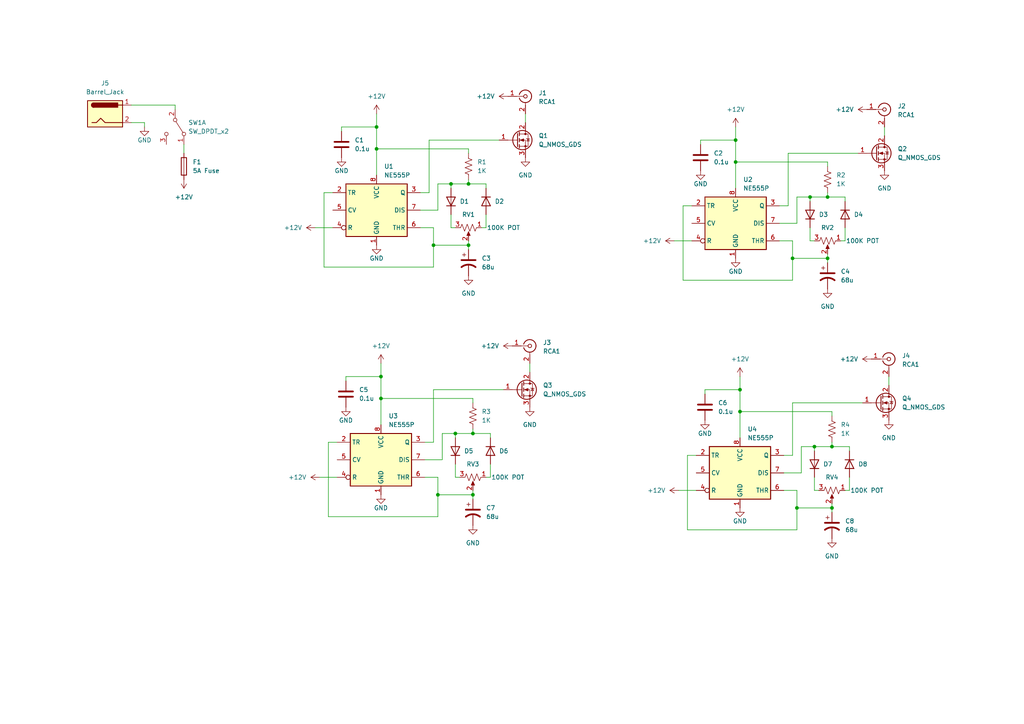
<source format=kicad_sch>
(kicad_sch (version 20230121) (generator eeschema)
  (paper "A4")
  (lib_symbols
    (symbol "Connector:Barrel_Jack" (pin_names (offset 1.016))
      (property "Reference" "J" (at 0 5.334 0))
      (property "Value" "Barrel_Jack" (at 0 -5.08 0))
      (symbol "Barrel_Jack_0_1"
        (rectangle (start -5.08 3.81) (end 5.08 -3.81) (stroke (width 0.254)) (fill (type background)))
        (arc (start -3.302 3.175) (mid -3.9343 2.54) (end -3.302 1.905) (stroke (width 0.254)))
        (arc (start -3.302 3.175) (mid -3.9343 2.54) (end -3.302 1.905) (stroke (width 0.254)) (fill (type outline)))
        (polyline (pts (xy 5.08 2.54) (xy 3.81 2.54)) (stroke (width 0.254)))
        (polyline (pts (xy -3.81 -2.54) (xy -2.54 -2.54) (xy -1.27 -1.27) (xy 0 -2.54) (xy 2.54 -2.54) (xy 5.08 -2.54)) (stroke (width 0.254)))
        (rectangle (start 3.683 3.175) (end -3.302 1.905) (stroke (width 0.254)) (fill (type outline)))
      )
      (symbol "Barrel_Jack_1_1"
        (pin passive line (at 7.62 2.54 180) (length 2.54) (name "~") (number "1"))
        (pin passive line (at 7.62 -2.54 180) (length 2.54) (name "~") (number "2"))
      )
    )
    (symbol "Connector:Conn_Coaxial" (pin_names (offset 1.016) hide)
      (property "Reference" "J" (at 0.254 3.048 0))
      (property "Value" "Conn_Coaxial" (at 2.921 0 90))
      (symbol "Conn_Coaxial_0_1"
        (arc (start -1.778 -0.508) (mid 0.2311 -1.8066) (end 1.778 0) (stroke (width 0.254)))
        (polyline (pts (xy -2.54 0) (xy -0.508 0)))
        (polyline (pts (xy 0 -2.54) (xy 0 -1.778)))
        (circle (center 0 0) (radius 0.508) (stroke (width 0.2032)))
        (arc (start 1.778 0) (mid 0.2099 1.8101) (end -1.778 0.508) (stroke (width 0.254)))
      )
      (symbol "Conn_Coaxial_1_1"
        (pin passive line (at -5.08 0 0) (length 2.54) (name "In") (number "1"))
        (pin passive line (at 0 -5.08 90) (length 2.54) (name "Ext") (number "2"))
      )
    )
    (symbol "Device:C" (pin_numbers hide) (pin_names (offset 0.254))
      (property "Reference" "C" (at 0.635 2.54 0))
      (property "Value" "C" (at 0.635 -2.54 0))
      (symbol "C_0_1"
        (polyline (pts (xy -2.032 -0.762) (xy 2.032 -0.762)) (stroke (width 0.508)))
        (polyline (pts (xy -2.032 0.762) (xy 2.032 0.762)) (stroke (width 0.508)))
      )
      (symbol "C_1_1"
        (pin passive line (at 0 3.81 270) (length 2.794) (name "~") (number "1"))
        (pin passive line (at 0 -3.81 90) (length 2.794) (name "~") (number "2"))
      )
    )
    (symbol "Device:C_Polarized_US" (pin_numbers hide) (pin_names (offset 0.254) hide)
      (property "Reference" "C" (at 0.635 2.54 0))
      (property "Value" "C_Polarized_US" (at 0.635 -2.54 0))
      (symbol "C_Polarized_US_0_1"
        (polyline (pts (xy -2.032 0.762) (xy 2.032 0.762)) (stroke (width 0.508)))
        (polyline (pts (xy -1.778 2.286) (xy -0.762 2.286)))
        (polyline (pts (xy -1.27 1.778) (xy -1.27 2.794)))
        (arc (start 2.032 -1.27) (mid 0 -0.5572) (end -2.032 -1.27) (stroke (width 0.508)))
      )
      (symbol "C_Polarized_US_1_1"
        (pin passive line (at 0 3.81 270) (length 2.794) (name "~") (number "1"))
        (pin passive line (at 0 -3.81 90) (length 3.302) (name "~") (number "2"))
      )
    )
    (symbol "Device:D" (pin_numbers hide) (pin_names (offset 1.016) hide)
      (property "Reference" "D" (at 0 2.54 0))
      (property "Value" "D" (at 0 -2.54 0))
      (symbol "D_0_1"
        (polyline (pts (xy -1.27 1.27) (xy -1.27 -1.27)) (stroke (width 0.254)))
        (polyline (pts (xy 1.27 0) (xy -1.27 0)))
        (polyline (pts (xy 1.27 1.27) (xy 1.27 -1.27) (xy -1.27 0) (xy 1.27 1.27)) (stroke (width 0.254)))
      )
      (symbol "D_1_1"
        (pin passive line (at -3.81 0 0) (length 2.54) (name "K") (number "1"))
        (pin passive line (at 3.81 0 180) (length 2.54) (name "A") (number "2"))
      )
    )
    (symbol "Device:Fuse" (pin_numbers hide) (pin_names (offset 0))
      (property "Reference" "F" (at 2.032 0 90))
      (property "Value" "Fuse" (at -1.905 0 90))
      (symbol "Fuse_0_1"
        (rectangle (start -0.762 -2.54) (end 0.762 2.54) (stroke (width 0.254)))
        (polyline (pts (xy 0 2.54) (xy 0 -2.54)))
      )
      (symbol "Fuse_1_1"
        (pin passive line (at 0 3.81 270) (length 1.27) (name "~") (number "1"))
        (pin passive line (at 0 -3.81 90) (length 1.27) (name "~") (number "2"))
      )
    )
    (symbol "Device:Q_NMOS_GDS" (pin_names (offset 0) hide)
      (property "Reference" "Q" (at 5.08 1.27 0))
      (property "Value" "Q_NMOS_GDS" (at 5.08 -1.27 0))
      (symbol "Q_NMOS_GDS_0_1"
        (polyline (pts (xy 0.254 0) (xy -2.54 0)))
        (polyline (pts (xy 0.254 1.905) (xy 0.254 -1.905)) (stroke (width 0.254)))
        (polyline (pts (xy 0.762 -1.27) (xy 0.762 -2.286)) (stroke (width 0.254)))
        (polyline (pts (xy 0.762 0.508) (xy 0.762 -0.508)) (stroke (width 0.254)))
        (polyline (pts (xy 0.762 2.286) (xy 0.762 1.27)) (stroke (width 0.254)))
        (polyline (pts (xy 2.54 2.54) (xy 2.54 1.778)))
        (polyline (pts (xy 2.54 -2.54) (xy 2.54 0) (xy 0.762 0)))
        (polyline (pts (xy 0.762 -1.778) (xy 3.302 -1.778) (xy 3.302 1.778) (xy 0.762 1.778)))
        (polyline (pts (xy 1.016 0) (xy 2.032 0.381) (xy 2.032 -0.381) (xy 1.016 0)) (fill (type outline)))
        (polyline (pts (xy 2.794 0.508) (xy 2.921 0.381) (xy 3.683 0.381) (xy 3.81 0.254)))
        (polyline (pts (xy 3.302 0.381) (xy 2.921 -0.254) (xy 3.683 -0.254) (xy 3.302 0.381)))
        (circle (center 1.651 0) (radius 2.794) (stroke (width 0.254)))
        (circle (center 2.54 -1.778) (radius 0.254) (fill (type outline)))
        (circle (center 2.54 1.778) (radius 0.254) (fill (type outline)))
      )
      (symbol "Q_NMOS_GDS_1_1"
        (pin input line (at -5.08 0 0) (length 2.54) (name "G") (number "1"))
        (pin passive line (at 2.54 5.08 270) (length 2.54) (name "D") (number "2"))
        (pin passive line (at 2.54 -5.08 90) (length 2.54) (name "S") (number "3"))
      )
    )
    (symbol "Device:R_Potentiometer_US" (pin_names (offset 1.016) hide)
      (property "Reference" "RV" (at -4.445 0 90))
      (property "Value" "R_Potentiometer_US" (at -2.54 0 90))
      (symbol "R_Potentiometer_US_0_1"
        (polyline (pts (xy 0 -2.286) (xy 0 -2.54)))
        (polyline (pts (xy 0 2.54) (xy 0 2.286)))
        (polyline (pts (xy 2.54 0) (xy 1.524 0)))
        (polyline (pts (xy 1.143 0) (xy 2.286 0.508) (xy 2.286 -0.508) (xy 1.143 0)) (fill (type outline)))
        (polyline (pts (xy 0 -0.762) (xy 1.016 -1.143) (xy 0 -1.524) (xy -1.016 -1.905) (xy 0 -2.286)))
        (polyline (pts (xy 0 0.762) (xy 1.016 0.381) (xy 0 0) (xy -1.016 -0.381) (xy 0 -0.762)))
        (polyline (pts (xy 0 2.286) (xy 1.016 1.905) (xy 0 1.524) (xy -1.016 1.143) (xy 0 0.762)))
      )
      (symbol "R_Potentiometer_US_1_1"
        (pin passive line (at 0 3.81 270) (length 1.27) (name "1") (number "1"))
        (pin passive line (at 3.81 0 180) (length 1.27) (name "2") (number "2"))
        (pin passive line (at 0 -3.81 90) (length 1.27) (name "3") (number "3"))
      )
    )
    (symbol "Device:R_US" (pin_numbers hide) (pin_names (offset 0))
      (property "Reference" "R" (at 2.54 0 90))
      (property "Value" "R_US" (at -2.54 0 90))
      (symbol "R_US_0_1"
        (polyline (pts (xy 0 -2.286) (xy 0 -2.54)))
        (polyline (pts (xy 0 2.286) (xy 0 2.54)))
        (polyline (pts (xy 0 -0.762) (xy 1.016 -1.143) (xy 0 -1.524) (xy -1.016 -1.905) (xy 0 -2.286)))
        (polyline (pts (xy 0 0.762) (xy 1.016 0.381) (xy 0 0) (xy -1.016 -0.381) (xy 0 -0.762)))
        (polyline (pts (xy 0 2.286) (xy 1.016 1.905) (xy 0 1.524) (xy -1.016 1.143) (xy 0 0.762)))
      )
      (symbol "R_US_1_1"
        (pin passive line (at 0 3.81 270) (length 1.27) (name "~") (number "1"))
        (pin passive line (at 0 -3.81 90) (length 1.27) (name "~") (number "2"))
      )
    )
    (symbol "Switch:SW_DPDT_x2" (pin_names (offset 0) hide)
      (property "Reference" "SW" (at 0 4.318 0))
      (property "Value" "SW_DPDT_x2" (at 0 -5.08 0))
      (symbol "SW_DPDT_x2_0_0"
        (circle (center -2.032 0) (radius 0.508))
        (circle (center 2.032 -2.54) (radius 0.508))
      )
      (symbol "SW_DPDT_x2_0_1"
        (polyline (pts (xy -1.524 0.254) (xy 1.651 2.286)))
        (circle (center 2.032 2.54) (radius 0.508))
      )
      (symbol "SW_DPDT_x2_1_1"
        (pin passive line (at 5.08 2.54 180) (length 2.54) (name "A") (number "1"))
        (pin passive line (at -5.08 0 0) (length 2.54) (name "B") (number "2"))
        (pin passive line (at 5.08 -2.54 180) (length 2.54) (name "C") (number "3"))
      )
      (symbol "SW_DPDT_x2_2_1"
        (pin passive line (at 5.08 2.54 180) (length 2.54) (name "A") (number "4"))
        (pin passive line (at -5.08 0 0) (length 2.54) (name "B") (number "5"))
        (pin passive line (at 5.08 -2.54 180) (length 2.54) (name "C") (number "6"))
      )
    )
    (symbol "Timer:NE555P"
      (property "Reference" "U" (at -10.16 8.89 0))
      (property "Value" "NE555P" (at 2.54 8.89 0))
      (symbol "NE555P_0_0"
        (pin power_in line (at 0 -10.16 90) (length 2.54) (name "GND") (number "1"))
        (pin power_in line (at 0 10.16 270) (length 2.54) (name "VCC") (number "8"))
      )
      (symbol "NE555P_0_1"
        (rectangle (start -8.89 -7.62) (end 8.89 7.62) (stroke (width 0.254)) (fill (type background)))
        (rectangle (start -8.89 -7.62) (end 8.89 7.62) (stroke (width 0.254)) (fill (type background)))
      )
      (symbol "NE555P_1_1"
        (pin input line (at -12.7 5.08 0) (length 3.81) (name "TR") (number "2"))
        (pin output line (at 12.7 5.08 180) (length 3.81) (name "Q") (number "3"))
        (pin input inverted (at -12.7 -5.08 0) (length 3.81) (name "R") (number "4"))
        (pin input line (at -12.7 0 0) (length 3.81) (name "CV") (number "5"))
        (pin input line (at 12.7 -5.08 180) (length 3.81) (name "THR") (number "6"))
        (pin input line (at 12.7 0 180) (length 3.81) (name "DIS") (number "7"))
      )
    )
    (symbol "power:+12V" (power) (pin_names (offset 0))
      (property "Value" "+12V" (at 0 3.556 0))
      (symbol "+12V_0_1"
        (polyline (pts (xy -0.762 1.27) (xy 0 2.54)))
        (polyline (pts (xy 0 0) (xy 0 2.54)))
        (polyline (pts (xy 0 2.54) (xy 0.762 1.27)))
      )
      (symbol "+12V_1_1"
        (pin power_in line (at 0 0 90) (length 0) hide (name "+12V") (number "1"))
      )
    )
    (symbol "power:GND" (power) (pin_names (offset 0))
      (property "Value" "GND" (at 0 -3.81 0))
      (symbol "GND_0_1"
        (polyline (pts (xy 0 0) (xy 0 -1.27) (xy 1.27 -1.27) (xy 0 -2.54) (xy -1.27 -1.27) (xy 0 -1.27)))
      )
      (symbol "GND_1_1"
        (pin power_in line (at 0 0 270) (length 0) hide (name "GND") (number "1"))
      )
    )
  )
  (junction (at 137.16 125.73))
  (junction (at 125.73 71.12))
  (junction (at 214.63 113.03))
  (junction (at 127 143.51))
  (junction (at 130.81 53.34))
  (junction (at 137.16 143.51))
  (junction (at 213.36 46.99))
  (junction (at 229.87 74.93))
  (junction (at 240.03 74.93))
  (junction (at 240.03 57.15))
  (junction (at 110.49 115.57))
  (junction (at 109.22 36.83))
  (junction (at 234.95 57.15))
  (junction (at 135.89 53.34))
  (junction (at 241.3 129.54))
  (junction (at 231.14 147.32))
  (junction (at 109.22 43.18))
  (junction (at 213.36 40.64))
  (junction (at 241.3 147.32))
  (junction (at 110.49 109.22))
  (junction (at 135.89 71.12))
  (junction (at 236.22 129.54))
  (junction (at 214.63 119.38))
  (junction (at 132.08 125.73))
  (wire (pts (xy 226.06 69.85) (xy 229.87 69.85)))
  (wire (pts (xy 127 60.96) (xy 127 53.34)))
  (wire (pts (xy 142.24 127) (xy 142.24 125.73)))
  (wire (pts (xy 146.05 113.03) (xy 125.73 113.03)))
  (wire (pts (xy 137.16 143.51) (xy 137.16 142.24)))
  (wire (pts (xy 127 143.51) (xy 137.16 143.51)))
  (wire (pts (xy 41.91 35.56) (xy 38.1 35.56)))
  (wire (pts (xy 203.2 41.91) (xy 203.2 40.64)))
  (wire (pts (xy 127 138.43) (xy 127 143.51)))
  (wire (pts (xy 199.39 153.67) (xy 231.14 153.67)))
  (wire (pts (xy 91.44 66.04) (xy 96.52 66.04)))
  (wire (pts (xy 123.19 138.43) (xy 127 138.43)))
  (wire (pts (xy 109.22 43.18) (xy 109.22 50.8)))
  (wire (pts (xy 240.03 46.99) (xy 213.36 46.99)))
  (wire (pts (xy 257.81 109.22) (xy 257.81 111.76)))
  (wire (pts (xy 231.14 147.32) (xy 241.3 147.32)))
  (wire (pts (xy 243.84 69.85) (xy 245.11 69.85)))
  (wire (pts (xy 125.73 128.27) (xy 123.19 128.27)))
  (wire (pts (xy 245.11 58.42) (xy 245.11 57.15)))
  (wire (pts (xy 232.41 129.54) (xy 236.22 129.54)))
  (wire (pts (xy 231.14 57.15) (xy 234.95 57.15)))
  (wire (pts (xy 128.27 125.73) (xy 132.08 125.73)))
  (wire (pts (xy 140.97 66.04) (xy 140.97 62.23)))
  (wire (pts (xy 200.66 59.69) (xy 198.12 59.69)))
  (wire (pts (xy 214.63 119.38) (xy 214.63 127)))
  (wire (pts (xy 241.3 119.38) (xy 214.63 119.38)))
  (wire (pts (xy 127 149.86) (xy 127 143.51)))
  (wire (pts (xy 240.03 76.2) (xy 240.03 74.93)))
  (wire (pts (xy 248.92 44.45) (xy 228.6 44.45)))
  (wire (pts (xy 135.89 43.18) (xy 109.22 43.18)))
  (wire (pts (xy 198.12 59.69) (xy 198.12 81.28)))
  (wire (pts (xy 250.19 116.84) (xy 229.87 116.84)))
  (wire (pts (xy 100.33 110.49) (xy 100.33 109.22)))
  (wire (pts (xy 227.33 137.16) (xy 232.41 137.16)))
  (wire (pts (xy 128.27 133.35) (xy 128.27 125.73)))
  (wire (pts (xy 99.06 38.1) (xy 99.06 36.83)))
  (wire (pts (xy 130.81 53.34) (xy 135.89 53.34)))
  (wire (pts (xy 135.89 71.12) (xy 135.89 69.85)))
  (wire (pts (xy 240.03 74.93) (xy 240.03 73.66)))
  (wire (pts (xy 204.47 113.03) (xy 214.63 113.03)))
  (wire (pts (xy 130.81 54.61) (xy 130.81 53.34)))
  (wire (pts (xy 140.97 54.61) (xy 140.97 53.34)))
  (wire (pts (xy 130.81 66.04) (xy 130.81 62.23)))
  (wire (pts (xy 110.49 105.41) (xy 110.49 109.22)))
  (wire (pts (xy 132.08 127) (xy 132.08 125.73)))
  (wire (pts (xy 214.63 109.22) (xy 214.63 113.03)))
  (wire (pts (xy 237.49 142.24) (xy 236.22 142.24)))
  (wire (pts (xy 203.2 40.64) (xy 213.36 40.64)))
  (wire (pts (xy 228.6 44.45) (xy 228.6 59.69)))
  (wire (pts (xy 241.3 148.59) (xy 241.3 147.32)))
  (wire (pts (xy 241.3 120.65) (xy 241.3 119.38)))
  (wire (pts (xy 124.46 40.64) (xy 124.46 55.88)))
  (wire (pts (xy 241.3 128.27) (xy 241.3 129.54)))
  (wire (pts (xy 229.87 116.84) (xy 229.87 132.08)))
  (wire (pts (xy 132.08 138.43) (xy 132.08 134.62)))
  (wire (pts (xy 234.95 69.85) (xy 234.95 66.04)))
  (wire (pts (xy 123.19 133.35) (xy 128.27 133.35)))
  (wire (pts (xy 241.3 147.32) (xy 241.3 146.05)))
  (wire (pts (xy 110.49 109.22) (xy 110.49 115.57)))
  (wire (pts (xy 133.35 138.43) (xy 132.08 138.43)))
  (wire (pts (xy 199.39 132.08) (xy 199.39 153.67)))
  (wire (pts (xy 110.49 115.57) (xy 110.49 123.19)))
  (wire (pts (xy 153.67 105.41) (xy 153.67 107.95)))
  (wire (pts (xy 125.73 113.03) (xy 125.73 128.27)))
  (wire (pts (xy 121.92 66.04) (xy 125.73 66.04)))
  (wire (pts (xy 109.22 33.02) (xy 109.22 36.83)))
  (wire (pts (xy 236.22 69.85) (xy 234.95 69.85)))
  (wire (pts (xy 96.52 55.88) (xy 93.98 55.88)))
  (wire (pts (xy 245.11 142.24) (xy 246.38 142.24)))
  (wire (pts (xy 142.24 138.43) (xy 142.24 134.62)))
  (wire (pts (xy 38.1 30.48) (xy 50.8 30.48)))
  (wire (pts (xy 121.92 60.96) (xy 127 60.96)))
  (wire (pts (xy 93.98 77.47) (xy 125.73 77.47)))
  (wire (pts (xy 227.33 142.24) (xy 231.14 142.24)))
  (wire (pts (xy 50.8 30.48) (xy 50.8 31.75)))
  (wire (pts (xy 204.47 114.3) (xy 204.47 113.03)))
  (wire (pts (xy 99.06 36.83) (xy 109.22 36.83)))
  (wire (pts (xy 135.89 53.34) (xy 140.97 53.34)))
  (wire (pts (xy 236.22 130.81) (xy 236.22 129.54)))
  (wire (pts (xy 137.16 124.46) (xy 137.16 125.73)))
  (wire (pts (xy 137.16 116.84) (xy 137.16 115.57)))
  (wire (pts (xy 229.87 81.28) (xy 229.87 74.93)))
  (wire (pts (xy 195.58 69.85) (xy 200.66 69.85)))
  (wire (pts (xy 231.14 64.77) (xy 231.14 57.15)))
  (wire (pts (xy 240.03 55.88) (xy 240.03 57.15)))
  (wire (pts (xy 41.91 36.83) (xy 41.91 35.56)))
  (wire (pts (xy 137.16 144.78) (xy 137.16 143.51)))
  (wire (pts (xy 125.73 66.04) (xy 125.73 71.12)))
  (wire (pts (xy 226.06 64.77) (xy 231.14 64.77)))
  (wire (pts (xy 53.34 41.91) (xy 53.34 44.45)))
  (wire (pts (xy 236.22 129.54) (xy 241.3 129.54)))
  (wire (pts (xy 137.16 125.73) (xy 142.24 125.73)))
  (wire (pts (xy 229.87 69.85) (xy 229.87 74.93)))
  (wire (pts (xy 214.63 113.03) (xy 214.63 119.38)))
  (wire (pts (xy 135.89 44.45) (xy 135.89 43.18)))
  (wire (pts (xy 234.95 58.42) (xy 234.95 57.15)))
  (wire (pts (xy 140.97 138.43) (xy 142.24 138.43)))
  (wire (pts (xy 213.36 36.83) (xy 213.36 40.64)))
  (wire (pts (xy 125.73 77.47) (xy 125.73 71.12)))
  (wire (pts (xy 92.71 138.43) (xy 97.79 138.43)))
  (wire (pts (xy 109.22 36.83) (xy 109.22 43.18)))
  (wire (pts (xy 256.54 36.83) (xy 256.54 39.37)))
  (wire (pts (xy 132.08 125.73) (xy 137.16 125.73)))
  (wire (pts (xy 127 53.34) (xy 130.81 53.34)))
  (wire (pts (xy 97.79 128.27) (xy 95.25 128.27)))
  (wire (pts (xy 152.4 33.02) (xy 152.4 35.56)))
  (wire (pts (xy 196.85 142.24) (xy 201.93 142.24)))
  (wire (pts (xy 246.38 130.81) (xy 246.38 129.54)))
  (wire (pts (xy 241.3 129.54) (xy 246.38 129.54)))
  (wire (pts (xy 213.36 40.64) (xy 213.36 46.99)))
  (wire (pts (xy 231.14 142.24) (xy 231.14 147.32)))
  (wire (pts (xy 240.03 48.26) (xy 240.03 46.99)))
  (wire (pts (xy 231.14 153.67) (xy 231.14 147.32)))
  (wire (pts (xy 135.89 72.39) (xy 135.89 71.12)))
  (wire (pts (xy 125.73 71.12) (xy 135.89 71.12)))
  (wire (pts (xy 135.89 52.07) (xy 135.89 53.34)))
  (wire (pts (xy 201.93 132.08) (xy 199.39 132.08)))
  (wire (pts (xy 229.87 74.93) (xy 240.03 74.93)))
  (wire (pts (xy 245.11 69.85) (xy 245.11 66.04)))
  (wire (pts (xy 144.78 40.64) (xy 124.46 40.64)))
  (wire (pts (xy 213.36 46.99) (xy 213.36 54.61)))
  (wire (pts (xy 232.41 137.16) (xy 232.41 129.54)))
  (wire (pts (xy 124.46 55.88) (xy 121.92 55.88)))
  (wire (pts (xy 137.16 115.57) (xy 110.49 115.57)))
  (wire (pts (xy 246.38 142.24) (xy 246.38 138.43)))
  (wire (pts (xy 139.7 66.04) (xy 140.97 66.04)))
  (wire (pts (xy 132.08 66.04) (xy 130.81 66.04)))
  (wire (pts (xy 240.03 57.15) (xy 245.11 57.15)))
  (wire (pts (xy 198.12 81.28) (xy 229.87 81.28)))
  (wire (pts (xy 236.22 142.24) (xy 236.22 138.43)))
  (wire (pts (xy 100.33 109.22) (xy 110.49 109.22)))
  (wire (pts (xy 228.6 59.69) (xy 226.06 59.69)))
  (wire (pts (xy 93.98 55.88) (xy 93.98 77.47)))
  (wire (pts (xy 229.87 132.08) (xy 227.33 132.08)))
  (wire (pts (xy 234.95 57.15) (xy 240.03 57.15)))
  (wire (pts (xy 95.25 149.86) (xy 127 149.86)))
  (wire (pts (xy 95.25 128.27) (xy 95.25 149.86)))
  (symbol (lib_id "Device:Q_NMOS_GDS") (at 151.13 113.03 0) (unit 1)
    (property "Reference" "Q3" (at 157.48 111.76 0) (effects (justify left)))
    (property "Value" "Q_NMOS_GDS" (at 157.48 114.3 0) (effects (justify left)))
    (property "Footprint" "Package_TO_SOT_THT:TO-251-3_Vertical" (effects hide))
    (property "Datasheet" "https://www.digikey.ca/en/products/detail/alpha-omega-semiconductor-inc/AOI4286/4764672" (effects hide))
  )
  (symbol (lib_id "power:GND") (at 240.03 83.82 0) (unit 1)
    (property "Reference" "#PWR016" (effects hide))
    (property "Value" "GND" (at 240.03 88.9 0))
  )
  (symbol (lib_id "Device:D") (at 140.97 58.42 270) (unit 1)
    (property "Reference" "D2" (at 143.51 58.42 90) (effects (justify left)))
    (property "Value" "D" (effects hide))
    (property "Footprint" "Diode_THT:D_DO-35_SOD27_P7.62mm_Horizontal" (effects hide))
    (property "Sim.Device" "D" (effects hide))
    (property "Sim.Pins" "1=K 2=A" (effects hide))
  )
  (symbol (lib_id "power:+12V") (at 213.36 36.83 0) (unit 1)
    (property "Reference" "#PWR05" (effects hide))
    (property "Value" "+12V" (at 213.36 31.75 0))
  )
  (symbol (lib_id "power:+12V") (at 53.34 52.07 180) (unit 1)
    (property "Reference" "#PWR010" (effects hide))
    (property "Value" "+12V" (at 53.34 57.15 0))
  )
  (symbol (lib_id "Device:D") (at 132.08 130.81 90) (unit 1)
    (property "Reference" "D5" (at 134.62 130.81 90) (effects (justify right)))
    (property "Value" "D" (effects hide))
    (property "Footprint" "Diode_THT:D_DO-35_SOD27_P7.62mm_Horizontal" (effects hide))
    (property "Datasheet" "https://www.digikey.ca/en/products/detail/onsemi/1N4148TR/458811" (effects hide))
    (property "Sim.Device" "D" (effects hide))
    (property "Sim.Pins" "1=K 2=A" (effects hide))
  )
  (symbol (lib_id "Device:D") (at 142.24 130.81 270) (unit 1)
    (property "Reference" "D6" (at 144.78 130.81 90) (effects (justify left)))
    (property "Value" "D" (effects hide))
    (property "Footprint" "Diode_THT:D_DO-35_SOD27_P7.62mm_Horizontal" (effects hide))
    (property "Sim.Device" "D" (effects hide))
    (property "Sim.Pins" "1=K 2=A" (effects hide))
  )
  (symbol (lib_id "power:GND") (at 203.2 49.53 0) (unit 1)
    (property "Reference" "#PWR08" (effects hide))
    (property "Value" "GND" (at 203.2 53.34 0))
  )
  (symbol (lib_id "power:GND") (at 135.89 80.01 0) (unit 1)
    (property "Reference" "#PWR015" (effects hide))
    (property "Value" "GND" (at 135.89 85.09 0))
  )
  (symbol (lib_id "power:+12V") (at 251.46 31.75 90) (unit 1)
    (property "Reference" "#PWR03" (effects hide))
    (property "Value" "+12V" (at 247.65 31.75 90) (effects (justify left)))
  )
  (symbol (lib_id "Device:D") (at 234.95 62.23 90) (unit 1)
    (property "Reference" "D3" (at 237.49 62.23 90) (effects (justify right)))
    (property "Value" "D" (effects hide))
    (property "Footprint" "Diode_THT:D_DO-35_SOD27_P7.62mm_Horizontal" (effects hide))
    (property "Datasheet" "https://www.digikey.ca/en/products/detail/onsemi/1N4148TR/458811" (effects hide))
    (property "Sim.Device" "D" (effects hide))
    (property "Sim.Pins" "1=K 2=A" (effects hide))
  )
  (symbol (lib_id "Device:C_Polarized_US") (at 240.03 80.01 0) (unit 1)
    (property "Reference" "C4" (at 243.84 78.74 0) (effects (justify left)))
    (property "Value" "68u" (at 243.84 81.28 0) (effects (justify left)))
    (property "Footprint" "Capacitor_THT:CP_Radial_D6.3mm_P2.50mm" (effects hide))
  )
  (symbol (lib_id "Device:Fuse") (at 53.34 48.26 0) (unit 1)
    (property "Reference" "F1" (at 55.88 46.99 0) (effects (justify left)))
    (property "Value" "5A Fuse" (at 55.88 49.53 0) (effects (justify left)))
    (property "Footprint" "My Footprints:Fuseholder_Cylinder-5x20mm_Wuerth_696108003002_THT" (effects hide))
  )
  (symbol (lib_id "Device:C") (at 99.06 41.91 0) (unit 1)
    (property "Reference" "C1" (at 102.87 40.64 0) (effects (justify left)))
    (property "Value" "0.1u" (at 102.87 43.18 0) (effects (justify left)))
    (property "Footprint" "Capacitor_THT:C_Disc_D3.4mm_W2.1mm_P2.50mm" (effects hide))
    (property "Datasheet" "https://www.digikey.ca/en/products/detail/kemet/C320C104M5R5TA/3726028" (effects hide))
  )
  (symbol (lib_id "Device:D") (at 245.11 62.23 270) (unit 1)
    (property "Reference" "D4" (at 247.65 62.23 90) (effects (justify left)))
    (property "Value" "D" (effects hide))
    (property "Footprint" "Diode_THT:D_DO-35_SOD27_P7.62mm_Horizontal" (effects hide))
    (property "Sim.Device" "D" (effects hide))
    (property "Sim.Pins" "1=K 2=A" (effects hide))
  )
  (symbol (lib_id "Device:R_Potentiometer_US") (at 241.3 142.24 270) (unit 1)
    (property "Reference" "RV4" (at 241.3 138.43 90))
    (property "Value" "100K POT" (at 251.46 142.24 90))
    (property "Footprint" "Connector_PinHeader_2.54mm:PinHeader_1x03_P2.54mm_Vertical" (effects hide))
  )
  (symbol (lib_id "power:GND") (at 137.16 152.4 0) (unit 1)
    (property "Reference" "#PWR029" (effects hide))
    (property "Value" "GND" (at 137.16 157.48 0))
  )
  (symbol (lib_id "power:+12V") (at 195.58 69.85 90) (unit 1)
    (property "Reference" "#PWR012" (effects hide))
    (property "Value" "+12V" (at 191.77 69.85 90) (effects (justify left)))
  )
  (symbol (lib_id "Device:C_Polarized_US") (at 135.89 76.2 0) (unit 1)
    (property "Reference" "C3" (at 139.7 74.93 0) (effects (justify left)))
    (property "Value" "68u" (at 139.7 77.47 0) (effects (justify left)))
    (property "Footprint" "Capacitor_THT:CP_Radial_D6.3mm_P2.50mm" (effects hide))
  )
  (symbol (lib_id "Device:R_US") (at 240.03 52.07 0) (unit 1)
    (property "Reference" "R2" (at 242.57 50.8 0) (effects (justify left)))
    (property "Value" "1K" (at 242.57 53.34 0) (effects (justify left)))
    (property "Footprint" "Resistor_THT:R_Axial_DIN0207_L6.3mm_D2.5mm_P7.62mm_Horizontal" (effects hide))
  )
  (symbol (lib_id "power:+12V") (at 147.32 27.94 90) (unit 1)
    (property "Reference" "#PWR02" (effects hide))
    (property "Value" "+12V" (at 143.51 27.94 90) (effects (justify left)))
  )
  (symbol (lib_id "Device:Q_NMOS_GDS") (at 255.27 116.84 0) (unit 1)
    (property "Reference" "Q4" (at 261.62 115.57 0) (effects (justify left)))
    (property "Value" "Q_NMOS_GDS" (at 261.62 118.11 0) (effects (justify left)))
    (property "Footprint" "Package_TO_SOT_THT:TO-251-3_Vertical" (effects hide))
    (property "Datasheet" "https://www.digikey.ca/en/products/detail/alpha-omega-semiconductor-inc/AOI4286/4764672" (effects hide))
  )
  (symbol (lib_id "power:GND") (at 100.33 118.11 0) (unit 1)
    (property "Reference" "#PWR021" (effects hide))
    (property "Value" "GND" (at 100.33 121.92 0))
  )
  (symbol (lib_id "power:+12V") (at 110.49 105.41 0) (unit 1)
    (property "Reference" "#PWR019" (effects hide))
    (property "Value" "+12V" (at 110.49 100.33 0))
  )
  (symbol (lib_id "Connector:Barrel_Jack") (at 30.48 33.02 0) (unit 1)
    (property "Reference" "J5" (at 30.48 24.13 0))
    (property "Value" "Barrel_Jack" (at 30.48 26.67 0))
    (property "Footprint" "Connector_BarrelJack:BarrelJack_CUI_PJ-063AH_Horizontal" (effects hide))
  )
  (symbol (lib_id "Device:R_Potentiometer_US") (at 240.03 69.85 270) (unit 1)
    (property "Reference" "RV2" (at 240.03 66.04 90))
    (property "Value" "100K POT" (at 250.19 69.85 90))
    (property "Footprint" "Connector_PinHeader_2.54mm:PinHeader_1x03_P2.54mm_Vertical" (effects hide))
  )
  (symbol (lib_id "power:GND") (at 41.91 36.83 0) (unit 1)
    (property "Reference" "#PWR032" (effects hide))
    (property "Value" "GND" (at 41.91 40.64 0))
  )
  (symbol (lib_id "Timer:NE555P") (at 214.63 137.16 0) (unit 1)
    (property "Reference" "U4" (at 216.8241 124.46 0) (effects (justify left)))
    (property "Value" "NE555P" (at 216.8241 127 0) (effects (justify left)))
    (property "Footprint" "Package_DIP:DIP-8_W7.62mm" (effects hide))
    (property "Datasheet" "https://www.digikey.ca/en/products/detail/texas-instruments/NE555P/277057" (effects hide))
  )
  (symbol (lib_id "Connector:Conn_Coaxial") (at 256.54 31.75 0) (unit 1)
    (property "Reference" "J2" (at 260.35 30.7732 0) (effects (justify left)))
    (property "Value" "RCA1" (at 260.35 33.3132 0) (effects (justify left)))
    (property "Footprint" "My Footprints:KLPX-0848A-2" (effects hide))
    (property "Datasheet" " ~" (effects hide))
  )
  (symbol (lib_id "power:+12V") (at 92.71 138.43 90) (unit 1)
    (property "Reference" "#PWR025" (effects hide))
    (property "Value" "+12V" (at 88.9 138.43 90) (effects (justify left)))
  )
  (symbol (lib_id "Timer:NE555P") (at 213.36 64.77 0) (unit 1)
    (property "Reference" "U2" (at 215.5541 52.07 0) (effects (justify left)))
    (property "Value" "NE555P" (at 215.5541 54.61 0) (effects (justify left)))
    (property "Footprint" "Package_DIP:DIP-8_W7.62mm" (effects hide))
    (property "Datasheet" "https://www.digikey.ca/en/products/detail/texas-instruments/NE555P/277057" (effects hide))
  )
  (symbol (lib_id "power:+12V") (at 214.63 109.22 0) (unit 1)
    (property "Reference" "#PWR020" (effects hide))
    (property "Value" "+12V" (at 214.63 104.14 0))
  )
  (symbol (lib_id "Device:C_Polarized_US") (at 137.16 148.59 0) (unit 1)
    (property "Reference" "C7" (at 140.97 147.32 0) (effects (justify left)))
    (property "Value" "68u" (at 140.97 149.86 0) (effects (justify left)))
    (property "Footprint" "Capacitor_THT:CP_Radial_D6.3mm_P2.50mm" (effects hide))
  )
  (symbol (lib_id "Device:R_US") (at 135.89 48.26 0) (unit 1)
    (property "Reference" "R1" (at 138.43 46.99 0) (effects (justify left)))
    (property "Value" "1K" (at 138.43 49.53 0) (effects (justify left)))
    (property "Footprint" "Resistor_THT:R_Axial_DIN0207_L6.3mm_D2.5mm_P7.62mm_Horizontal" (effects hide))
  )
  (symbol (lib_id "Connector:Conn_Coaxial") (at 152.4 27.94 0) (unit 1)
    (property "Reference" "J1" (at 156.21 26.9632 0) (effects (justify left)))
    (property "Value" "RCA1" (at 156.21 29.5032 0) (effects (justify left)))
    (property "Footprint" "My Footprints:KLPX-0848A-2" (effects hide))
    (property "Datasheet" " ~" (effects hide))
  )
  (symbol (lib_id "Device:D") (at 236.22 134.62 90) (unit 1)
    (property "Reference" "D7" (at 238.76 134.62 90) (effects (justify right)))
    (property "Value" "D" (effects hide))
    (property "Footprint" "Diode_THT:D_DO-35_SOD27_P7.62mm_Horizontal" (effects hide))
    (property "Datasheet" "https://www.digikey.ca/en/products/detail/onsemi/1N4148TR/458811" (effects hide))
    (property "Sim.Device" "D" (effects hide))
    (property "Sim.Pins" "1=K 2=A" (effects hide))
  )
  (symbol (lib_id "power:GND") (at 99.06 45.72 0) (unit 1)
    (property "Reference" "#PWR06" (effects hide))
    (property "Value" "GND" (at 99.06 49.53 0))
  )
  (symbol (lib_id "Device:D") (at 246.38 134.62 270) (unit 1)
    (property "Reference" "D8" (at 248.92 134.62 90) (effects (justify left)))
    (property "Value" "D" (effects hide))
    (property "Footprint" "Diode_THT:D_DO-35_SOD27_P7.62mm_Horizontal" (effects hide))
    (property "Sim.Device" "D" (effects hide))
    (property "Sim.Pins" "1=K 2=A" (effects hide))
  )
  (symbol (lib_id "power:GND") (at 110.49 143.51 0) (unit 1)
    (property "Reference" "#PWR027" (effects hide))
    (property "Value" "GND" (at 110.49 147.32 0))
  )
  (symbol (lib_id "Device:R_US") (at 241.3 124.46 0) (unit 1)
    (property "Reference" "R4" (at 243.84 123.19 0) (effects (justify left)))
    (property "Value" "1K" (at 243.84 125.73 0) (effects (justify left)))
    (property "Footprint" "Resistor_THT:R_Axial_DIN0207_L6.3mm_D2.5mm_P7.62mm_Horizontal" (effects hide))
  )
  (symbol (lib_id "power:GND") (at 256.54 49.53 0) (unit 1)
    (property "Reference" "#PWR09" (effects hide))
    (property "Value" "GND" (at 256.54 54.61 0))
  )
  (symbol (lib_id "power:+12V") (at 196.85 142.24 90) (unit 1)
    (property "Reference" "#PWR026" (effects hide))
    (property "Value" "+12V" (at 193.04 142.24 90) (effects (justify left)))
  )
  (symbol (lib_id "power:GND") (at 214.63 147.32 0) (unit 1)
    (property "Reference" "#PWR028" (effects hide))
    (property "Value" "GND" (at 214.63 151.13 0))
  )
  (symbol (lib_id "Timer:NE555P") (at 110.49 133.35 0) (unit 1)
    (property "Reference" "U3" (at 112.6841 120.65 0) (effects (justify left)))
    (property "Value" "NE555P" (at 112.6841 123.19 0) (effects (justify left)))
    (property "Footprint" "Package_DIP:DIP-8_W7.62mm" (effects hide))
    (property "Datasheet" "https://www.digikey.ca/en/products/detail/texas-instruments/NE555P/277057" (effects hide))
  )
  (symbol (lib_id "Connector:Conn_Coaxial") (at 257.81 104.14 0) (unit 1)
    (property "Reference" "J4" (at 261.62 103.1632 0) (effects (justify left)))
    (property "Value" "RCA1" (at 261.62 105.7032 0) (effects (justify left)))
    (property "Footprint" "My Footprints:KLPX-0848A-2" (effects hide))
    (property "Datasheet" " ~" (effects hide))
  )
  (symbol (lib_id "power:GND") (at 213.36 74.93 0) (unit 1)
    (property "Reference" "#PWR014" (effects hide))
    (property "Value" "GND" (at 213.36 78.74 0))
  )
  (symbol (lib_id "power:+12V") (at 91.44 66.04 90) (unit 1)
    (property "Reference" "#PWR011" (effects hide))
    (property "Value" "+12V" (at 87.63 66.04 90) (effects (justify left)))
  )
  (symbol (lib_id "power:+12V") (at 148.59 100.33 90) (unit 1)
    (property "Reference" "#PWR017" (effects hide))
    (property "Value" "+12V" (at 144.78 100.33 90) (effects (justify left)))
  )
  (symbol (lib_id "Device:R_Potentiometer_US") (at 135.89 66.04 270) (unit 1)
    (property "Reference" "RV1" (at 135.89 62.23 90))
    (property "Value" "100K POT" (at 146.05 66.04 90))
    (property "Footprint" "Connector_PinHeader_2.54mm:PinHeader_1x03_P2.54mm_Vertical" (effects hide))
  )
  (symbol (lib_id "power:GND") (at 204.47 121.92 0) (unit 1)
    (property "Reference" "#PWR023" (effects hide))
    (property "Value" "GND" (at 204.47 125.73 0))
  )
  (symbol (lib_id "Timer:NE555P") (at 109.22 60.96 0) (unit 1)
    (property "Reference" "U1" (at 111.4141 48.26 0) (effects (justify left)))
    (property "Value" "NE555P" (at 111.4141 50.8 0) (effects (justify left)))
    (property "Footprint" "Package_DIP:DIP-8_W7.62mm" (effects hide))
    (property "Datasheet" "https://www.digikey.ca/en/products/detail/texas-instruments/NE555P/277057" (effects hide))
  )
  (symbol (lib_id "power:GND") (at 109.22 71.12 0) (unit 1)
    (property "Reference" "#PWR013" (effects hide))
    (property "Value" "GND" (at 109.22 74.93 0))
  )
  (symbol (lib_id "Device:Q_NMOS_GDS") (at 149.86 40.64 0) (unit 1)
    (property "Reference" "Q1" (at 156.21 39.37 0) (effects (justify left)))
    (property "Value" "Q_NMOS_GDS" (at 156.21 41.91 0) (effects (justify left)))
    (property "Footprint" "Package_TO_SOT_THT:TO-251-3_Vertical" (effects hide))
    (property "Datasheet" "https://www.digikey.ca/en/products/detail/alpha-omega-semiconductor-inc/AOI4286/4764672" (effects hide))
  )
  (symbol (lib_id "power:GND") (at 153.67 118.11 0) (unit 1)
    (property "Reference" "#PWR022" (effects hide))
    (property "Value" "GND" (at 153.67 123.19 0))
  )
  (symbol (lib_id "Device:C") (at 203.2 45.72 0) (unit 1)
    (property "Reference" "C2" (at 207.01 44.45 0) (effects (justify left)))
    (property "Value" "0.1u" (at 207.01 46.99 0) (effects (justify left)))
    (property "Footprint" "Capacitor_THT:C_Disc_D3.4mm_W2.1mm_P2.50mm" (effects hide))
    (property "Datasheet" "https://www.digikey.ca/en/products/detail/kemet/C320C104M5R5TA/3726028" (effects hide))
  )
  (symbol (lib_id "Device:C") (at 100.33 114.3 0) (unit 1)
    (property "Reference" "C5" (at 104.14 113.03 0) (effects (justify left)))
    (property "Value" "0.1u" (at 104.14 115.57 0) (effects (justify left)))
    (property "Footprint" "Capacitor_THT:C_Disc_D3.4mm_W2.1mm_P2.50mm" (effects hide))
    (property "Datasheet" "https://www.digikey.ca/en/products/detail/kemet/C320C104M5R5TA/3726028" (effects hide))
  )
  (symbol (lib_id "Device:D") (at 130.81 58.42 90) (unit 1)
    (property "Reference" "D1" (at 133.35 58.42 90) (effects (justify right)))
    (property "Value" "D" (effects hide))
    (property "Footprint" "Diode_THT:D_DO-35_SOD27_P7.62mm_Horizontal" (effects hide))
    (property "Datasheet" "https://www.digikey.ca/en/products/detail/onsemi/1N4148TR/458811" (effects hide))
    (property "Sim.Device" "D" (effects hide))
    (property "Sim.Pins" "1=K 2=A" (effects hide))
  )
  (symbol (lib_id "power:+12V") (at 109.22 33.02 0) (unit 1)
    (property "Reference" "#PWR04" (effects hide))
    (property "Value" "+12V" (at 109.22 27.94 0))
  )
  (symbol (lib_id "Device:C_Polarized_US") (at 241.3 152.4 0) (unit 1)
    (property "Reference" "C8" (at 245.11 151.13 0) (effects (justify left)))
    (property "Value" "68u" (at 245.11 153.67 0) (effects (justify left)))
    (property "Footprint" "Capacitor_THT:CP_Radial_D6.3mm_P2.50mm" (effects hide))
  )
  (symbol (lib_id "Connector:Conn_Coaxial") (at 153.67 100.33 0) (unit 1)
    (property "Reference" "J3" (at 157.48 99.3532 0) (effects (justify left)))
    (property "Value" "RCA1" (at 157.48 101.8932 0) (effects (justify left)))
    (property "Footprint" "My Footprints:KLPX-0848A-2" (effects hide))
    (property "Datasheet" " ~" (effects hide))
  )
  (symbol (lib_id "Switch:SW_DPDT_x2") (at 50.8 36.83 270) (unit 1)
    (property "Reference" "SW1" (at 54.61 35.56 90) (effects (justify left)))
    (property "Value" "SW_DPDT_x2" (at 54.61 38.1 90) (effects (justify left)))
    (property "Footprint" "Connector_PinHeader_2.54mm:PinHeader_1x02_P2.54mm_Vertical" (effects hide))
  )
  (symbol (lib_id "Device:R_US") (at 137.16 120.65 0) (unit 1)
    (property "Reference" "R3" (at 139.7 119.38 0) (effects (justify left)))
    (property "Value" "1K" (at 139.7 121.92 0) (effects (justify left)))
    (property "Footprint" "Resistor_THT:R_Axial_DIN0207_L6.3mm_D2.5mm_P7.62mm_Horizontal" (effects hide))
  )
  (symbol (lib_id "power:GND") (at 152.4 45.72 0) (unit 1)
    (property "Reference" "#PWR07" (effects hide))
    (property "Value" "GND" (at 152.4 50.8 0))
  )
  (symbol (lib_id "power:+12V") (at 252.73 104.14 90) (unit 1)
    (property "Reference" "#PWR018" (effects hide))
    (property "Value" "+12V" (at 248.92 104.14 90) (effects (justify left)))
  )
  (symbol (lib_id "power:GND") (at 241.3 156.21 0) (unit 1)
    (property "Reference" "#PWR030" (effects hide))
    (property "Value" "GND" (at 241.3 161.29 0))
  )
  (symbol (lib_id "Device:Q_NMOS_GDS") (at 254 44.45 0) (unit 1)
    (property "Reference" "Q2" (at 260.35 43.18 0) (effects (justify left)))
    (property "Value" "Q_NMOS_GDS" (at 260.35 45.72 0) (effects (justify left)))
    (property "Footprint" "Package_TO_SOT_THT:TO-251-3_Vertical" (effects hide))
    (property "Datasheet" "https://www.digikey.ca/en/products/detail/alpha-omega-semiconductor-inc/AOI4286/4764672" (effects hide))
  )
  (symbol (lib_id "Device:R_Potentiometer_US") (at 137.16 138.43 270) (unit 1)
    (property "Reference" "RV3" (at 137.16 134.62 90))
    (property "Value" "100K POT" (at 147.32 138.43 90))
    (property "Footprint" "Connector_PinHeader_2.54mm:PinHeader_1x03_P2.54mm_Vertical" (effects hide))
  )
  (symbol (lib_id "Device:C") (at 204.47 118.11 0) (unit 1)
    (property "Reference" "C6" (at 208.28 116.84 0) (effects (justify left)))
    (property "Value" "0.1u" (at 208.28 119.38 0) (effects (justify left)))
    (property "Footprint" "Capacitor_THT:C_Disc_D3.4mm_W2.1mm_P2.50mm" (effects hide))
    (property "Datasheet" "https://www.digikey.ca/en/products/detail/kemet/C320C104M5R5TA/3726028" (effects hide))
  )
  (symbol (lib_id "power:GND") (at 257.81 121.92 0) (unit 1)
    (property "Reference" "#PWR024" (effects hide))
    (property "Value" "GND" (at 257.81 127 0))
  )
)
</source>
